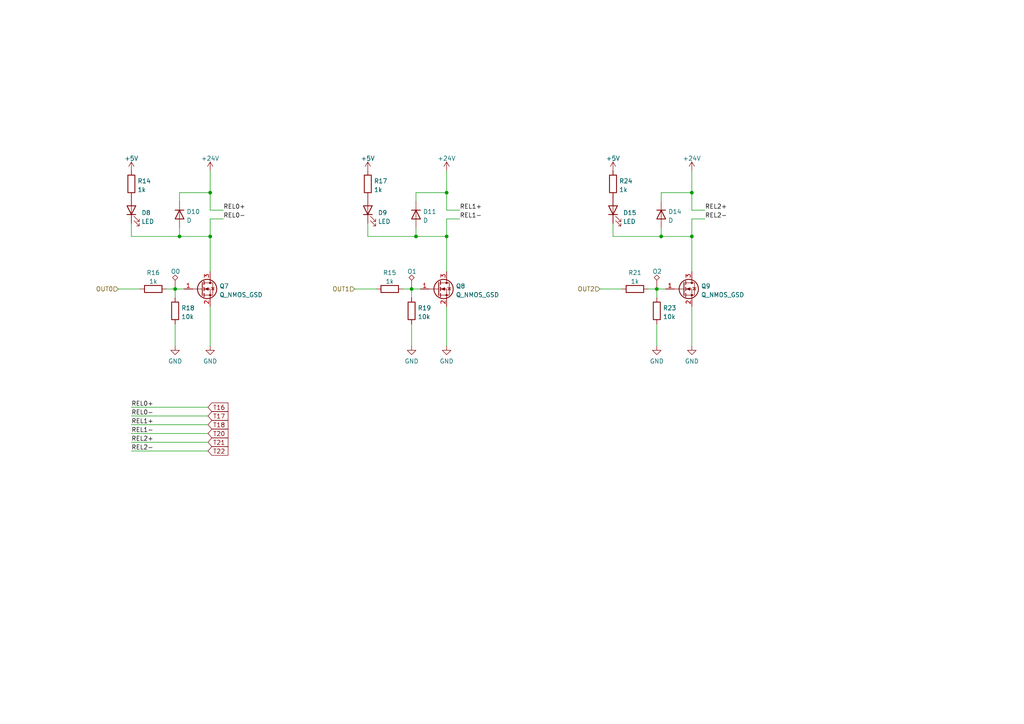
<source format=kicad_sch>
(kicad_sch (version 20211123) (generator eeschema)
  (paper "A4")
  (title_block (title "FloatPUMP Schematics") (date "2022-11-11") (rev "1.0") (company "robtor.de") (comment 1 "Controller board for up to 3 water pumps") (comment 2 "measuring capabilities with piezoresistive pressure sensors") (comment 3 "sensor input Range 4mA-20mA"))
  (lib_symbols
    (symbol "Connector:TestPoint_Alt" (pin_numbers hide) (pin_names (offset 0.762) hide)
      (property "Reference" "TP" (at 0 6.858 0))
      (property "Value" "TestPoint_Alt" (at 0 5.08 0))
      (symbol "TestPoint_Alt_0_1"
        (polyline (pts (xy 0 2.54) (xy -0.762 3.302) (xy 0 4.064) (xy 0.762 3.302) (xy 0 2.54)))
      )
      (symbol "TestPoint_Alt_1_1"
        (pin passive line (at 0 0 90) (length 2.54) (name "1") (number "1"))
      )
    )
    (symbol "Device:D" (pin_numbers hide) (pin_names (offset 1.016) hide)
      (property "Reference" "D" (at 0 2.54 0))
      (property "Value" "D" (at 0 -2.54 0))
      (symbol "D_0_1"
        (polyline (pts (xy -1.27 1.27) (xy -1.27 -1.27)) (stroke (width 0.254)))
        (polyline (pts (xy 1.27 0) (xy -1.27 0)))
        (polyline (pts (xy 1.27 1.27) (xy 1.27 -1.27) (xy -1.27 0) (xy 1.27 1.27)) (stroke (width 0.254)))
      )
      (symbol "D_1_1"
        (pin passive line (at -3.81 0 0) (length 2.54) (name "K") (number "1"))
        (pin passive line (at 3.81 0 180) (length 2.54) (name "A") (number "2"))
      )
    )
    (symbol "Device:LED" (pin_numbers hide) (pin_names (offset 1.016) hide)
      (property "Reference" "D" (at 0 2.54 0))
      (property "Value" "LED" (at 0 -2.54 0))
      (symbol "LED_0_1"
        (polyline (pts (xy -1.27 -1.27) (xy -1.27 1.27)) (stroke (width 0.254)))
        (polyline (pts (xy -1.27 0) (xy 1.27 0)))
        (polyline (pts (xy 1.27 -1.27) (xy 1.27 1.27) (xy -1.27 0) (xy 1.27 -1.27)) (stroke (width 0.254)))
        (polyline (pts (xy -3.048 -0.762) (xy -4.572 -2.286) (xy -3.81 -2.286) (xy -4.572 -2.286) (xy -4.572 -1.524)))
        (polyline (pts (xy -1.778 -0.762) (xy -3.302 -2.286) (xy -2.54 -2.286) (xy -3.302 -2.286) (xy -3.302 -1.524)))
      )
      (symbol "LED_1_1"
        (pin passive line (at -3.81 0 0) (length 2.54) (name "K") (number "1"))
        (pin passive line (at 3.81 0 180) (length 2.54) (name "A") (number "2"))
      )
    )
    (symbol "Device:Q_NMOS_GSD" (pin_names (offset 0) hide)
      (property "Reference" "Q" (at 5.08 1.27 0))
      (property "Value" "Q_NMOS_GSD" (at 5.08 -1.27 0))
      (symbol "Q_NMOS_GSD_0_1"
        (polyline (pts (xy 0.254 0) (xy -2.54 0)))
        (polyline (pts (xy 0.254 1.905) (xy 0.254 -1.905)) (stroke (width 0.254)))
        (polyline (pts (xy 0.762 -1.27) (xy 0.762 -2.286)) (stroke (width 0.254)))
        (polyline (pts (xy 0.762 0.508) (xy 0.762 -0.508)) (stroke (width 0.254)))
        (polyline (pts (xy 0.762 2.286) (xy 0.762 1.27)) (stroke (width 0.254)))
        (polyline (pts (xy 2.54 2.54) (xy 2.54 1.778)))
        (polyline (pts (xy 2.54 -2.54) (xy 2.54 0) (xy 0.762 0)))
        (polyline (pts (xy 0.762 -1.778) (xy 3.302 -1.778) (xy 3.302 1.778) (xy 0.762 1.778)))
        (polyline (pts (xy 1.016 0) (xy 2.032 0.381) (xy 2.032 -0.381) (xy 1.016 0)) (fill (type outline)))
        (polyline (pts (xy 2.794 0.508) (xy 2.921 0.381) (xy 3.683 0.381) (xy 3.81 0.254)))
        (polyline (pts (xy 3.302 0.381) (xy 2.921 -0.254) (xy 3.683 -0.254) (xy 3.302 0.381)))
        (circle (center 1.651 0) (radius 2.794) (stroke (width 0.254)))
        (circle (center 2.54 -1.778) (radius 0.254) (fill (type outline)))
        (circle (center 2.54 1.778) (radius 0.254) (fill (type outline)))
      )
      (symbol "Q_NMOS_GSD_1_1"
        (pin input line (at -5.08 0 0) (length 2.54) (name "G") (number "1"))
        (pin passive line (at 2.54 -5.08 90) (length 2.54) (name "S") (number "2"))
        (pin passive line (at 2.54 5.08 270) (length 2.54) (name "D") (number "3"))
      )
    )
    (symbol "Device:R" (pin_numbers hide) (pin_names (offset 0))
      (property "Reference" "R" (at 2.032 0 90))
      (property "Value" "R" (at 0 0 90))
      (symbol "R_0_1"
        (rectangle (start -1.016 -2.54) (end 1.016 2.54) (stroke (width 0.254)))
      )
      (symbol "R_1_1"
        (pin passive line (at 0 3.81 270) (length 1.27) (name "~") (number "1"))
        (pin passive line (at 0 -3.81 90) (length 1.27) (name "~") (number "2"))
      )
    )
    (symbol "power:+24V" (power) (pin_names (offset 0))
      (property "Value" "+24V" (at 0 3.556 0))
      (symbol "+24V_0_1"
        (polyline (pts (xy -0.762 1.27) (xy 0 2.54)))
        (polyline (pts (xy 0 0) (xy 0 2.54)))
        (polyline (pts (xy 0 2.54) (xy 0.762 1.27)))
      )
      (symbol "+24V_1_1"
        (pin power_in line (at 0 0 90) (length 0) hide (name "+24V") (number "1"))
      )
    )
    (symbol "power:+5V" (power) (pin_names (offset 0))
      (property "Value" "+5V" (at 0 3.556 0))
      (symbol "+5V_0_1"
        (polyline (pts (xy -0.762 1.27) (xy 0 2.54)))
        (polyline (pts (xy 0 0) (xy 0 2.54)))
        (polyline (pts (xy 0 2.54) (xy 0.762 1.27)))
      )
      (symbol "+5V_1_1"
        (pin power_in line (at 0 0 90) (length 0) hide (name "+5V") (number "1"))
      )
    )
    (symbol "power:GND" (power) (pin_names (offset 0))
      (property "Value" "GND" (at 0 -3.81 0))
      (symbol "GND_0_1"
        (polyline (pts (xy 0 0) (xy 0 -1.27) (xy 1.27 -1.27) (xy 0 -2.54) (xy -1.27 -1.27) (xy 0 -1.27)))
      )
      (symbol "GND_1_1"
        (pin power_in line (at 0 0 270) (length 0) hide (name "GND") (number "1"))
      )
    )
  )
  (junction (at 52.07 68.58))
  (junction (at 120.65 68.58))
  (junction (at 60.96 68.58))
  (junction (at 129.54 68.58))
  (junction (at 119.38 83.82))
  (junction (at 50.8 83.82))
  (junction (at 60.96 55.88))
  (junction (at 191.77 68.58))
  (junction (at 129.54 55.88))
  (junction (at 190.5 83.82))
  (junction (at 200.66 68.58))
  (junction (at 200.66 55.88))
  (wire (pts (xy 191.77 58.42) (xy 191.77 55.88)))
  (wire (pts (xy 60.96 68.58) (xy 60.96 78.74)))
  (wire (pts (xy 173.99 83.82) (xy 180.34 83.82)))
  (wire (pts (xy 190.5 83.82) (xy 193.04 83.82)))
  (wire (pts (xy 50.8 83.82) (xy 50.8 86.36)))
  (wire (pts (xy 200.66 88.9) (xy 200.66 100.33)))
  (wire (pts (xy 200.66 68.58) (xy 200.66 78.74)))
  (wire (pts (xy 129.54 49.53) (xy 129.54 55.88)))
  (wire (pts (xy 102.87 83.82) (xy 109.22 83.82)))
  (wire (pts (xy 60.96 55.88) (xy 60.96 60.96)))
  (wire (pts (xy 191.77 68.58) (xy 200.66 68.58)))
  (wire (pts (xy 52.07 68.58) (xy 38.1 68.58)))
  (wire (pts (xy 187.96 83.82) (xy 190.5 83.82)))
  (wire (pts (xy 190.5 83.82) (xy 190.5 86.36)))
  (wire (pts (xy 120.65 55.88) (xy 129.54 55.88)))
  (wire (pts (xy 38.1 128.27) (xy 60.325 128.27)))
  (wire (pts (xy 120.65 68.58) (xy 129.54 68.58)))
  (wire (pts (xy 200.66 55.88) (xy 200.66 60.96)))
  (wire (pts (xy 191.77 55.88) (xy 200.66 55.88)))
  (wire (pts (xy 177.8 64.77) (xy 177.8 68.58)))
  (wire (pts (xy 129.54 60.96) (xy 133.35 60.96)))
  (wire (pts (xy 50.8 83.82) (xy 53.34 83.82)))
  (wire (pts (xy 116.84 83.82) (xy 119.38 83.82)))
  (wire (pts (xy 50.8 93.98) (xy 50.8 100.33)))
  (wire (pts (xy 133.35 63.5) (xy 129.54 63.5)))
  (wire (pts (xy 38.1 125.73) (xy 60.325 125.73)))
  (wire (pts (xy 60.96 88.9) (xy 60.96 100.33)))
  (wire (pts (xy 106.68 64.77) (xy 106.68 68.58)))
  (wire (pts (xy 52.07 55.88) (xy 60.96 55.88)))
  (wire (pts (xy 38.1 123.19) (xy 60.325 123.19)))
  (wire (pts (xy 60.96 63.5) (xy 60.96 68.58)))
  (wire (pts (xy 34.29 83.82) (xy 40.64 83.82)))
  (wire (pts (xy 119.38 93.98) (xy 119.38 100.33)))
  (wire (pts (xy 52.07 66.04) (xy 52.07 68.58)))
  (wire (pts (xy 119.38 83.82) (xy 121.92 83.82)))
  (wire (pts (xy 120.65 66.04) (xy 120.65 68.58)))
  (wire (pts (xy 52.07 58.42) (xy 52.07 55.88)))
  (wire (pts (xy 191.77 68.58) (xy 177.8 68.58)))
  (wire (pts (xy 38.1 130.81) (xy 60.325 130.81)))
  (wire (pts (xy 129.54 88.9) (xy 129.54 100.33)))
  (wire (pts (xy 38.1 120.65) (xy 60.325 120.65)))
  (wire (pts (xy 52.07 68.58) (xy 60.96 68.58)))
  (wire (pts (xy 60.96 60.96) (xy 64.77 60.96)))
  (wire (pts (xy 64.77 63.5) (xy 60.96 63.5)))
  (wire (pts (xy 190.5 93.98) (xy 190.5 100.33)))
  (wire (pts (xy 120.65 58.42) (xy 120.65 55.88)))
  (wire (pts (xy 38.1 118.11) (xy 60.325 118.11)))
  (wire (pts (xy 119.38 83.82) (xy 119.38 86.36)))
  (wire (pts (xy 204.47 63.5) (xy 200.66 63.5)))
  (wire (pts (xy 129.54 68.58) (xy 129.54 78.74)))
  (wire (pts (xy 129.54 63.5) (xy 129.54 68.58)))
  (wire (pts (xy 200.66 49.53) (xy 200.66 55.88)))
  (wire (pts (xy 120.65 68.58) (xy 106.68 68.58)))
  (wire (pts (xy 129.54 55.88) (xy 129.54 60.96)))
  (wire (pts (xy 200.66 63.5) (xy 200.66 68.58)))
  (wire (pts (xy 38.1 64.77) (xy 38.1 68.58)))
  (wire (pts (xy 191.77 66.04) (xy 191.77 68.58)))
  (wire (pts (xy 48.26 83.82) (xy 50.8 83.82)))
  (wire (pts (xy 200.66 60.96) (xy 204.47 60.96)))
  (wire (pts (xy 60.96 49.53) (xy 60.96 55.88)))
  (label "REL1+" (at 38.1 123.19 0))
  (label "REL0+" (at 64.77 60.96 0))
  (label "REL2+" (at 204.47 60.96 0))
  (label "REL1-" (at 133.35 63.5 0))
  (label "REL2-" (at 204.47 63.5 0))
  (label "REL2-" (at 38.1 130.81 0))
  (label "REL1-" (at 38.1 125.73 0))
  (label "REL0-" (at 38.1 120.65 0))
  (label "REL0+" (at 38.1 118.11 0))
  (label "REL0-" (at 64.77 63.5 0))
  (label "REL1+" (at 133.35 60.96 0))
  (label "REL2+" (at 38.1 128.27 0))
  (global_label "T22" (shape input) (at 60.325 130.81 0) (property "Referenzen zwischen Schaltplänen" "${INTERSHEET_REFS}" (effects hide)))
  (global_label "T17" (shape input) (at 60.325 120.65 0) (property "Referenzen zwischen Schaltplänen" "${INTERSHEET_REFS}" (effects hide)))
  (global_label "T18" (shape input) (at 60.325 123.19 0) (property "Referenzen zwischen Schaltplänen" "${INTERSHEET_REFS}" (effects hide)))
  (global_label "T16" (shape input) (at 60.325 118.11 0) (property "Referenzen zwischen Schaltplänen" "${INTERSHEET_REFS}" (effects hide)))
  (global_label "T21" (shape input) (at 60.325 128.27 0) (property "Referenzen zwischen Schaltplänen" "${INTERSHEET_REFS}" (effects hide)))
  (global_label "T20" (shape input) (at 60.325 125.73 0) (property "Referenzen zwischen Schaltplänen" "${INTERSHEET_REFS}" (effects hide)))
  (hierarchical_label "OUT1" (shape input) (at 102.87 83.82 180))
  (hierarchical_label "OUT2" (shape input) (at 173.99 83.82 180))
  (hierarchical_label "OUT0" (shape input) (at 34.29 83.82 180))
  (symbol (lib_id "power:GND") (at 200.66 100.33 0) (unit 1)
    (property "Reference" "#PWR075" (effects hide))
    (property "Value" "GND" (at 200.66 104.7734 0))
  )
  (symbol (lib_id "power:GND") (at 119.38 100.33 0) (unit 1)
    (property "Reference" "#PWR069" (effects hide))
    (property "Value" "GND" (at 119.38 104.7734 0))
  )
  (symbol (lib_id "Connector:TestPoint_Alt") (at 119.38 83.82 0) (unit 1)
    (property "Reference" "TP10" (effects hide))
    (property "Value" "O1" (at 118.11 78.74 0) (effects (justify left)))
    (property "Footprint" "TestPoint:TestPoint_Pad_D1.0mm" (effects hide))
  )
  (symbol (lib_id "power:+5V") (at 177.8 49.53 0) (unit 1)
    (property "Reference" "#PWR072" (effects hide))
    (property "Value" "+5V" (at 177.8 45.9542 0))
  )
  (symbol (lib_id "power:+24V") (at 200.66 49.53 0) (unit 1)
    (property "Reference" "#PWR074" (effects hide))
    (property "Value" "+24V" (at 200.66 45.9542 0))
  )
  (symbol (lib_id "Device:R") (at 113.03 83.82 90) (unit 1)
    (property "Reference" "R15" (at 113.03 79.1042 90))
    (property "Value" "1k" (at 113.03 81.6411 90))
    (property "Footprint" "Resistor_SMD:R_0603_1608Metric" (effects hide))
    (property "JLCPCB" "Basic" (effects hide))
    (property "LCSC" "C21190" (effects hide))
  )
  (symbol (lib_id "Device:D") (at 191.77 62.23 270) (unit 1)
    (property "Reference" "D14" (at 193.802 61.3953 90) (effects (justify left)))
    (property "Value" "D" (at 193.802 63.9322 90) (effects (justify left)))
    (property "Footprint" "Diode_SMD:D_SMA" (effects hide))
    (property "Datasheet" "https://datasheet.lcsc.com/lcsc/2109061630_YONGYUTAI-1N4001_C2892670.pdf" (effects hide))
    (property "JLCPCB" "Basic" (effects hide))
    (property "LCSC" "C95872" (effects hide))
  )
  (symbol (lib_id "Device:D") (at 52.07 62.23 270) (unit 1)
    (property "Reference" "D10" (at 54.102 61.3953 90) (effects (justify left)))
    (property "Value" "D" (at 54.102 63.9322 90) (effects (justify left)))
    (property "Footprint" "Diode_SMD:D_SMA" (effects hide))
    (property "Datasheet" "https://datasheet.lcsc.com/lcsc/2109061630_YONGYUTAI-1N4001_C2892670.pdf" (effects hide))
    (property "JLCPCB" "Basic" (effects hide))
    (property "LCSC" "C95872" (effects hide))
  )
  (symbol (lib_id "Connector:TestPoint_Alt") (at 190.5 83.82 0) (unit 1)
    (property "Reference" "TP11" (effects hide))
    (property "Value" "O2" (at 189.23 78.74 0) (effects (justify left)))
    (property "Footprint" "TestPoint:TestPoint_Pad_D1.0mm" (effects hide))
  )
  (symbol (lib_id "Device:R") (at 184.15 83.82 90) (unit 1)
    (property "Reference" "R21" (at 184.15 79.1042 90))
    (property "Value" "1k" (at 184.15 81.6411 90))
    (property "Footprint" "Resistor_SMD:R_0603_1608Metric" (effects hide))
    (property "JLCPCB" "Basic" (effects hide))
    (property "LCSC" "C21190" (effects hide))
  )
  (symbol (lib_id "power:+24V") (at 129.54 49.53 0) (unit 1)
    (property "Reference" "#PWR070" (effects hide))
    (property "Value" "+24V" (at 129.54 45.9542 0))
  )
  (symbol (lib_id "power:+5V") (at 106.68 49.53 0) (unit 1)
    (property "Reference" "#PWR068" (effects hide))
    (property "Value" "+5V" (at 106.68 45.9542 0))
  )
  (symbol (lib_id "Device:D") (at 120.65 62.23 270) (unit 1)
    (property "Reference" "D11" (at 122.682 61.3953 90) (effects (justify left)))
    (property "Value" "D" (at 122.682 63.9322 90) (effects (justify left)))
    (property "Footprint" "Diode_SMD:D_SMA" (effects hide))
    (property "Datasheet" "https://datasheet.lcsc.com/lcsc/2109061630_YONGYUTAI-1N4001_C2892670.pdf" (effects hide))
    (property "JLCPCB" "Basic" (effects hide))
    (property "LCSC" "C95872" (effects hide))
  )
  (symbol (lib_id "Device:Q_NMOS_GSD") (at 198.12 83.82 0) (unit 1)
    (property "Reference" "Q9" (at 203.327 82.9853 0) (effects (justify left)))
    (property "Value" "Q_NMOS_GSD" (at 203.327 85.5222 0) (effects (justify left)))
    (property "Footprint" "Package_TO_SOT_SMD:SOT-23" (effects hide))
    (property "Datasheet" "https://datasheet.lcsc.com/lcsc/1810271831_TOSHIBA-T2N7002BK-LM_C146372.pdf" (effects hide))
    (property "JLCPCB" "Basic" (effects hide))
    (property "LCSC" "C8545" (effects hide))
  )
  (symbol (lib_id "Connector:TestPoint_Alt") (at 50.8 83.82 0) (unit 1)
    (property "Reference" "TP9" (effects hide))
    (property "Value" "O0" (at 49.53 78.74 0) (effects (justify left)))
    (property "Footprint" "TestPoint:TestPoint_Pad_D1.0mm" (effects hide))
  )
  (symbol (lib_id "Device:LED") (at 106.68 60.96 90) (unit 1)
    (property "Reference" "D9" (at 109.601 61.7128 90) (effects (justify right)))
    (property "Value" "LED" (at 109.601 64.2497 90) (effects (justify right)))
    (property "Footprint" "LED_SMD:LED_0805_2012Metric" (effects hide))
  )
  (symbol (lib_id "power:GND") (at 60.96 100.33 0) (unit 1)
    (property "Reference" "#PWR067" (effects hide))
    (property "Value" "GND" (at 60.96 104.7734 0))
  )
  (symbol (lib_id "Device:LED") (at 177.8 60.96 90) (unit 1)
    (property "Reference" "D15" (at 180.721 61.7128 90) (effects (justify right)))
    (property "Value" "LED" (at 180.721 64.2497 90) (effects (justify right)))
    (property "Footprint" "LED_SMD:LED_0805_2012Metric" (effects hide))
  )
  (symbol (lib_id "Device:R") (at 106.68 53.34 180) (unit 1)
    (property "Reference" "R17" (at 108.458 52.5053 0) (effects (justify right)))
    (property "Value" "1k" (at 108.458 55.0422 0) (effects (justify right)))
    (property "Footprint" "Resistor_SMD:R_0603_1608Metric" (effects hide))
    (property "JLCPCB" "Basic" (effects hide))
    (property "LCSC" "C21190" (effects hide))
  )
  (symbol (lib_id "power:GND") (at 129.54 100.33 0) (unit 1)
    (property "Reference" "#PWR071" (effects hide))
    (property "Value" "GND" (at 129.54 104.7734 0))
  )
  (symbol (lib_id "Device:LED") (at 38.1 60.96 90) (unit 1)
    (property "Reference" "D8" (at 41.021 61.7128 90) (effects (justify right)))
    (property "Value" "LED" (at 41.021 64.2497 90) (effects (justify right)))
    (property "Footprint" "LED_SMD:LED_0805_2012Metric" (effects hide))
  )
  (symbol (lib_id "Device:Q_NMOS_GSD") (at 58.42 83.82 0) (unit 1)
    (property "Reference" "Q7" (at 63.627 82.9853 0) (effects (justify left)))
    (property "Value" "Q_NMOS_GSD" (at 63.627 85.5222 0) (effects (justify left)))
    (property "Footprint" "Package_TO_SOT_SMD:SOT-23" (effects hide))
    (property "Datasheet" "https://datasheet.lcsc.com/lcsc/1810151612_Jiangsu-Changjing-Electronics-Technology-Co---Ltd--2N7002_C8545.pdf" (effects hide))
    (property "JLCPCB" "Basic" (effects hide))
    (property "LCSC" "C8545" (effects hide))
  )
  (symbol (lib_id "power:GND") (at 50.8 100.33 0) (unit 1)
    (property "Reference" "#PWR065" (effects hide))
    (property "Value" "GND" (at 50.8 104.7734 0))
  )
  (symbol (lib_id "Device:R") (at 38.1 53.34 180) (unit 1)
    (property "Reference" "R14" (at 39.878 52.5053 0) (effects (justify right)))
    (property "Value" "1k" (at 39.878 55.0422 0) (effects (justify right)))
    (property "Footprint" "Resistor_SMD:R_0603_1608Metric" (effects hide))
    (property "JLCPCB" "Basic" (effects hide))
    (property "LCSC" "C21190" (effects hide))
  )
  (symbol (lib_id "Device:Q_NMOS_GSD") (at 127 83.82 0) (unit 1)
    (property "Reference" "Q8" (at 132.207 82.9853 0) (effects (justify left)))
    (property "Value" "Q_NMOS_GSD" (at 132.207 85.5222 0) (effects (justify left)))
    (property "Footprint" "Package_TO_SOT_SMD:SOT-23" (effects hide))
    (property "Datasheet" "https://datasheet.lcsc.com/lcsc/1810271831_TOSHIBA-T2N7002BK-LM_C146372.pdf" (effects hide))
    (property "JLCPCB" "Basic" (effects hide))
    (property "LCSC" "C8545" (effects hide))
  )
  (symbol (lib_id "power:+5V") (at 38.1 49.53 0) (unit 1)
    (property "Reference" "#PWR064" (effects hide))
    (property "Value" "+5V" (at 38.1 45.9542 0))
  )
  (symbol (lib_id "Device:R") (at 50.8 90.17 0) (unit 1)
    (property "Reference" "R18" (at 52.578 89.3353 0) (effects (justify left)))
    (property "Value" "10k" (at 52.578 91.8722 0) (effects (justify left)))
    (property "Footprint" "Resistor_SMD:R_0603_1608Metric" (effects hide))
    (property "JLCPCB" "Basic" (effects hide))
    (property "LCSC" "C25804" (effects hide))
  )
  (symbol (lib_id "Device:R") (at 119.38 90.17 0) (unit 1)
    (property "Reference" "R19" (at 121.158 89.3353 0) (effects (justify left)))
    (property "Value" "10k" (at 121.158 91.8722 0) (effects (justify left)))
    (property "Footprint" "Resistor_SMD:R_0603_1608Metric" (effects hide))
    (property "JLCPCB" "Basic" (effects hide))
    (property "LCSC" "C25804" (effects hide))
  )
  (symbol (lib_id "Device:R") (at 190.5 90.17 0) (unit 1)
    (property "Reference" "R23" (at 192.278 89.3353 0) (effects (justify left)))
    (property "Value" "10k" (at 192.278 91.8722 0) (effects (justify left)))
    (property "Footprint" "Resistor_SMD:R_0603_1608Metric" (effects hide))
    (property "JLCPCB" "Basic" (effects hide))
    (property "LCSC" "C25804" (effects hide))
  )
  (symbol (lib_id "power:+24V") (at 60.96 49.53 0) (unit 1)
    (property "Reference" "#PWR066" (effects hide))
    (property "Value" "+24V" (at 60.96 45.9542 0))
  )
  (symbol (lib_id "power:GND") (at 190.5 100.33 0) (unit 1)
    (property "Reference" "#PWR073" (effects hide))
    (property "Value" "GND" (at 190.5 104.7734 0))
  )
  (symbol (lib_id "Device:R") (at 44.45 83.82 90) (unit 1)
    (property "Reference" "R16" (at 44.45 79.1042 90))
    (property "Value" "1k" (at 44.45 81.6411 90))
    (property "Footprint" "Resistor_SMD:R_0603_1608Metric" (effects hide))
    (property "JLCPCB" "Basic" (effects hide))
    (property "LCSC" "C21190" (effects hide))
  )
  (symbol (lib_id "Device:R") (at 177.8 53.34 180) (unit 1)
    (property "Reference" "R24" (at 179.578 52.5053 0) (effects (justify right)))
    (property "Value" "1k" (at 179.578 55.0422 0) (effects (justify right)))
    (property "Footprint" "Resistor_SMD:R_0603_1608Metric" (effects hide))
    (property "JLCPCB" "Basic" (effects hide))
    (property "LCSC" "C21190" (effects hide))
  )
)
</source>
